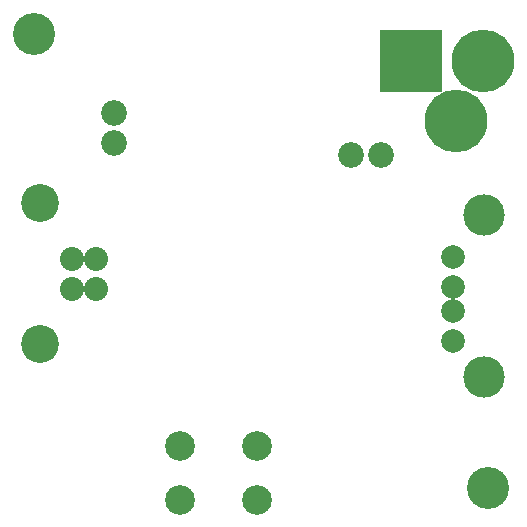
<source format=gbs>
G04 (created by PCBNEW (2012-nov-02)-testing) date Wed 06 Feb 2013 10:53:48 PM EST*
%MOIN*%
G04 Gerber Fmt 3.4, Leading zero omitted, Abs format*
%FSLAX34Y34*%
G01*
G70*
G90*
G04 APERTURE LIST*
%ADD10C,2.3622e-06*%
%ADD11C,0.086*%
%ADD12C,0.0791*%
%ADD13C,0.1381*%
%ADD14C,0.08*%
%ADD15C,0.1263*%
%ADD16C,0.209*%
%ADD17R,0.209X0.209*%
%ADD18C,0.0987*%
%ADD19C,0.14*%
G04 APERTURE END LIST*
G54D10*
G54D11*
X79440Y-40760D03*
X80440Y-40760D03*
X71550Y-40350D03*
X71550Y-39350D03*
G54D12*
X82850Y-46950D03*
X82850Y-45950D03*
X82850Y-45150D03*
X82850Y-44150D03*
G54D13*
X83900Y-48150D03*
X83900Y-42750D03*
G54D14*
X70950Y-44200D03*
X70950Y-45200D03*
X70163Y-45200D03*
X70163Y-44200D03*
G54D15*
X69100Y-42338D03*
X69100Y-47062D03*
G54D16*
X83860Y-37620D03*
G54D17*
X81460Y-37620D03*
G54D16*
X82960Y-39620D03*
G54D18*
X73770Y-52236D03*
X76330Y-50464D03*
X76330Y-52236D03*
X73770Y-50464D03*
G54D19*
X84035Y-51860D03*
X68875Y-36700D03*
M02*

</source>
